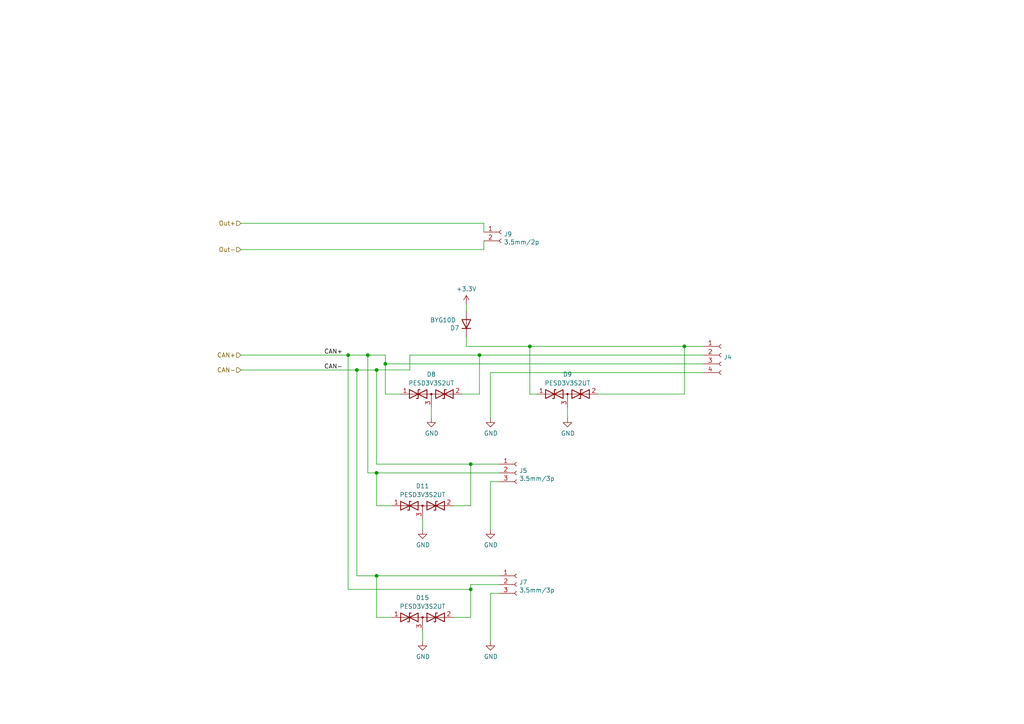
<source format=kicad_sch>
(kicad_sch (version 20230121) (generator eeschema)
  (paper "A4")
  (lib_symbols
    (symbol "Device:D" (pin_numbers hide) (pin_names (offset 1.016) hide)
      (property "Reference" "D" (at 0 2.54 0))
      (property "Value" "D" (at 0 -2.54 0))
      (symbol "D_0_1"
        (polyline (pts (xy -1.27 1.27) (xy -1.27 -1.27)) (stroke (width 0.254)))
        (polyline (pts (xy 1.27 0) (xy -1.27 0)))
        (polyline (pts (xy 1.27 1.27) (xy 1.27 -1.27) (xy -1.27 0) (xy 1.27 1.27)) (stroke (width 0.254)))
      )
      (symbol "D_1_1"
        (pin passive line (at -3.81 0 0) (length 2.54) (name "K") (number "1"))
        (pin passive line (at 3.81 0 180) (length 2.54) (name "A") (number "2"))
      )
    )
    (symbol "Device:D_TVS_Dual_AAC" (pin_names (offset 1.016) hide)
      (property "Reference" "D" (at 0 4.445 0))
      (property "Value" "D_TVS_Dual_AAC" (at 0 2.54 0))
      (symbol "D_TVS_Dual_AAC_0_0"
        (polyline (pts (xy 0 -1.27) (xy 0 0)))
      )
      (symbol "D_TVS_Dual_AAC_0_1"
        (polyline (pts (xy -6.35 0) (xy 6.35 0)))
        (polyline (pts (xy -3.302 1.27) (xy -3.81 1.27) (xy -3.81 -1.27) (xy -4.318 -1.27)) (stroke (width 0.254)))
        (polyline (pts (xy 4.318 1.27) (xy 3.81 1.27) (xy 3.81 -1.27) (xy 3.302 -1.27)) (stroke (width 0.254)))
        (polyline (pts (xy -6.35 1.27) (xy -1.27 -1.27) (xy -1.27 1.27) (xy -6.35 -1.27) (xy -6.35 1.27)) (stroke (width 0.254)))
        (polyline (pts (xy 6.35 1.27) (xy 1.27 -1.27) (xy 1.27 1.27) (xy 6.35 -1.27) (xy 6.35 1.27)) (stroke (width 0.254)))
        (circle (center 0 0) (radius 0.254) (fill (type outline)))
      )
      (symbol "D_TVS_Dual_AAC_1_1"
        (pin passive line (at -8.89 0 0) (length 2.54) (name "A1") (number "1"))
        (pin passive line (at 8.89 0 180) (length 2.54) (name "A2") (number "2"))
        (pin passive line (at 0 -3.81 90) (length 2.54) (name "common") (number "3"))
      )
    )
    (symbol "MiSPiZ-rescue:Conn_01x02_Female-Connector" (pin_names (offset 1.016) hide)
      (property "Reference" "J" (at 0 2.54 0))
      (property "Value" "Connector_Conn_01x02_Female" (at 0 -5.08 0))
      (symbol "Conn_01x02_Female-Connector_1_1"
        (arc (start 0 -2.032) (mid -0.5058 -2.54) (end 0 -3.048) (stroke (width 0.1524)))
        (polyline (pts (xy -1.27 -2.54) (xy -0.508 -2.54)) (stroke (width 0.1524)))
        (polyline (pts (xy -1.27 0) (xy -0.508 0)) (stroke (width 0.1524)))
        (arc (start 0 0.508) (mid -0.5058 0) (end 0 -0.508) (stroke (width 0.1524)))
        (pin passive line (at -5.08 0 0) (length 3.81) (name "Pin_1") (number "1"))
        (pin passive line (at -5.08 -2.54 0) (length 3.81) (name "Pin_2") (number "2"))
      )
    )
    (symbol "MiSPiZ-rescue:Conn_01x03_Female-Connector" (pin_names (offset 1.016) hide)
      (property "Reference" "J" (at 0 5.08 0))
      (property "Value" "Connector_Conn_01x03_Female" (at 0 -5.08 0))
      (symbol "Conn_01x03_Female-Connector_1_1"
        (arc (start 0 -2.032) (mid -0.5058 -2.54) (end 0 -3.048) (stroke (width 0.1524)))
        (polyline (pts (xy -1.27 -2.54) (xy -0.508 -2.54)) (stroke (width 0.1524)))
        (polyline (pts (xy -1.27 0) (xy -0.508 0)) (stroke (width 0.1524)))
        (polyline (pts (xy -1.27 2.54) (xy -0.508 2.54)) (stroke (width 0.1524)))
        (arc (start 0 0.508) (mid -0.5058 0) (end 0 -0.508) (stroke (width 0.1524)))
        (arc (start 0 3.048) (mid -0.5058 2.54) (end 0 2.032) (stroke (width 0.1524)))
        (pin passive line (at -5.08 2.54 0) (length 3.81) (name "Pin_1") (number "1"))
        (pin passive line (at -5.08 0 0) (length 3.81) (name "Pin_2") (number "2"))
        (pin passive line (at -5.08 -2.54 0) (length 3.81) (name "Pin_3") (number "3"))
      )
    )
    (symbol "MiSPiZ-rescue:Conn_01x04_Female-Connector" (pin_names (offset 1.016) hide)
      (property "Reference" "J" (at 0 5.08 0))
      (property "Value" "Connector_Conn_01x04_Female" (at 0 -7.62 0))
      (symbol "Conn_01x04_Female-Connector_1_1"
        (arc (start 0 -4.572) (mid -0.5058 -5.08) (end 0 -5.588) (stroke (width 0.1524)))
        (arc (start 0 -2.032) (mid -0.5058 -2.54) (end 0 -3.048) (stroke (width 0.1524)))
        (polyline (pts (xy -1.27 -5.08) (xy -0.508 -5.08)) (stroke (width 0.1524)))
        (polyline (pts (xy -1.27 -2.54) (xy -0.508 -2.54)) (stroke (width 0.1524)))
        (polyline (pts (xy -1.27 0) (xy -0.508 0)) (stroke (width 0.1524)))
        (polyline (pts (xy -1.27 2.54) (xy -0.508 2.54)) (stroke (width 0.1524)))
        (arc (start 0 0.508) (mid -0.5058 0) (end 0 -0.508) (stroke (width 0.1524)))
        (arc (start 0 3.048) (mid -0.5058 2.54) (end 0 2.032) (stroke (width 0.1524)))
        (pin passive line (at -5.08 2.54 0) (length 3.81) (name "Pin_1") (number "1"))
        (pin passive line (at -5.08 0 0) (length 3.81) (name "Pin_2") (number "2"))
        (pin passive line (at -5.08 -2.54 0) (length 3.81) (name "Pin_3") (number "3"))
        (pin passive line (at -5.08 -5.08 0) (length 3.81) (name "Pin_4") (number "4"))
      )
    )
    (symbol "power:+3.3V" (power) (pin_names (offset 0))
      (property "Value" "+3.3V" (at 0 3.556 0))
      (symbol "+3.3V_0_1"
        (polyline (pts (xy -0.762 1.27) (xy 0 2.54)))
        (polyline (pts (xy 0 0) (xy 0 2.54)))
        (polyline (pts (xy 0 2.54) (xy 0.762 1.27)))
      )
      (symbol "+3.3V_1_1"
        (pin power_in line (at 0 0 90) (length 0) hide (name "+3.3V") (number "1"))
      )
    )
    (symbol "power:GND" (power) (pin_names (offset 0))
      (property "Value" "GND" (at 0 -3.81 0))
      (symbol "GND_0_1"
        (polyline (pts (xy 0 0) (xy 0 -1.27) (xy 1.27 -1.27) (xy 0 -2.54) (xy -1.27 -1.27) (xy 0 -1.27)))
      )
      (symbol "GND_1_1"
        (pin power_in line (at 0 0 270) (length 0) hide (name "GND") (number "1"))
      )
    )
  )
  (junction (at 100.965 102.997))
  (junction (at 136.525 134.62))
  (junction (at 103.505 107.315))
  (junction (at 139.065 102.997))
  (junction (at 198.501 100.457))
  (junction (at 109.22 137.16))
  (junction (at 153.67 100.457))
  (junction (at 106.68 102.997))
  (junction (at 111.76 105.537))
  (junction (at 136.525 170.942))
  (junction (at 109.22 167.005))
  (junction (at 109.22 107.3129))
  (wire (pts (xy 103.505 107.315) (xy 103.505 107.3129)))
  (wire (pts (xy 139.065 102.997) (xy 204.089 102.997)))
  (wire (pts (xy 198.501 114.3) (xy 198.501 100.457)))
  (wire (pts (xy 113.665 179.07) (xy 109.22 179.07)))
  (wire (pts (xy 118.872 102.997) (xy 139.065 102.997)))
  (wire (pts (xy 106.68 102.997) (xy 111.76 102.997)))
  (wire (pts (xy 204.089 100.457) (xy 198.501 100.457)))
  (wire (pts (xy 153.67 100.457) (xy 135.255 100.457)))
  (wire (pts (xy 140.335 64.77) (xy 140.335 67.31)))
  (wire (pts (xy 142.24 108.077) (xy 204.089 108.077)))
  (wire (pts (xy 136.525 134.62) (xy 144.78 134.62)))
  (wire (pts (xy 142.24 121.285) (xy 142.24 108.077)))
  (wire (pts (xy 69.85 64.77) (xy 140.335 64.77)))
  (wire (pts (xy 153.67 100.457) (xy 198.501 100.457)))
  (wire (pts (xy 133.985 114.3) (xy 139.065 114.3)))
  (wire (pts (xy 100.965 170.942) (xy 136.525 170.942)))
  (wire (pts (xy 106.68 102.997) (xy 106.68 137.16)))
  (wire (pts (xy 109.22 134.62) (xy 136.525 134.62)))
  (wire (pts (xy 136.525 179.07) (xy 136.525 170.942)))
  (wire (pts (xy 109.22 134.62) (xy 109.22 107.3129)))
  (wire (pts (xy 69.85 102.997) (xy 100.965 102.997)))
  (wire (pts (xy 135.255 88.265) (xy 135.255 90.17)))
  (wire (pts (xy 103.505 107.3129) (xy 109.22 107.3129)))
  (wire (pts (xy 109.22 179.07) (xy 109.22 167.005)))
  (wire (pts (xy 136.525 146.685) (xy 136.525 134.62)))
  (wire (pts (xy 131.445 146.685) (xy 136.525 146.685)))
  (wire (pts (xy 142.24 139.7) (xy 144.78 139.7)))
  (wire (pts (xy 69.85 72.39) (xy 140.335 72.39)))
  (wire (pts (xy 155.702 114.3) (xy 153.67 114.3)))
  (wire (pts (xy 142.24 172.085) (xy 144.78 172.085)))
  (wire (pts (xy 142.24 186.055) (xy 142.24 172.085)))
  (wire (pts (xy 111.76 105.537) (xy 111.76 114.3)))
  (wire (pts (xy 153.67 100.457) (xy 153.67 114.3)))
  (wire (pts (xy 131.445 179.07) (xy 136.525 179.07)))
  (wire (pts (xy 109.22 137.16) (xy 144.78 137.16)))
  (wire (pts (xy 136.525 170.942) (xy 136.525 169.545)))
  (wire (pts (xy 106.68 137.16) (xy 109.22 137.16)))
  (wire (pts (xy 135.255 100.457) (xy 135.255 97.79)))
  (wire (pts (xy 111.76 105.537) (xy 204.089 105.537)))
  (wire (pts (xy 122.555 153.67) (xy 122.555 150.495)))
  (wire (pts (xy 125.095 121.285) (xy 125.095 118.11)))
  (wire (pts (xy 109.22 137.16) (xy 109.22 146.685)))
  (wire (pts (xy 164.592 121.285) (xy 164.592 118.11)))
  (wire (pts (xy 136.525 169.545) (xy 144.78 169.545)))
  (wire (pts (xy 100.965 102.997) (xy 100.965 170.942)))
  (wire (pts (xy 103.505 167.005) (xy 103.505 107.315)))
  (wire (pts (xy 100.965 102.997) (xy 106.68 102.997)))
  (wire (pts (xy 109.22 107.2903) (xy 118.872 107.2903)))
  (wire (pts (xy 139.065 102.997) (xy 139.065 114.3)))
  (wire (pts (xy 118.872 102.997) (xy 118.872 107.2903)))
  (wire (pts (xy 109.22 167.005) (xy 144.78 167.005)))
  (wire (pts (xy 113.665 146.685) (xy 109.22 146.685)))
  (wire (pts (xy 173.482 114.3) (xy 198.501 114.3)))
  (wire (pts (xy 140.335 69.85) (xy 140.335 72.39)))
  (wire (pts (xy 111.76 102.997) (xy 111.76 105.537)))
  (wire (pts (xy 103.505 167.005) (xy 109.22 167.005)))
  (wire (pts (xy 69.85 107.315) (xy 103.505 107.315)))
  (wire (pts (xy 109.22 107.3129) (xy 109.22 107.2903)))
  (wire (pts (xy 116.205 114.3) (xy 111.76 114.3)))
  (wire (pts (xy 142.24 153.67) (xy 142.24 139.7)))
  (wire (pts (xy 122.555 186.055) (xy 122.555 182.88)))
  (label "CAN-" (at 93.98 107.315 0))
  (label "CAN+" (at 93.98 102.997 0))
  (hierarchical_label "CAN-" (shape input) (at 69.85 107.315 180))
  (hierarchical_label "Out+" (shape input) (at 69.85 64.77 180))
  (hierarchical_label "CAN+" (shape input) (at 69.85 102.997 180))
  (hierarchical_label "Out-" (shape input) (at 69.85 72.39 180))
  (symbol (lib_id "power:GND") (at 164.592 121.285 0) (unit 1)
    (property "Reference" "#PWR04" (effects hide))
    (property "Value" "GND" (at 164.719 125.6792 0))
  )
  (symbol (lib_id "power:GND") (at 142.24 186.055 0) (unit 1)
    (property "Reference" "#PWR0115" (effects hide))
    (property "Value" "GND" (at 142.367 190.4492 0))
  )
  (symbol (lib_id "MiSPiZ-rescue:Conn_01x04_Female-Connector") (at 209.169 102.997 0) (unit 1)
    (property "Reference" "J4" (at 209.8802 103.6066 0) (effects (justify left)))
    (property "Value" "2.54/4p" (effects hide))
    (property "Footprint" "Connector_PinHeader_2.54mm:PinHeader_1x04_P2.54mm_Vertical" (effects hide))
    (property "Datasheet" "https://cdn.amphenol-cs.com/media/wysiwyg/files/documentation/datasheet/boardwiretoboard/bwb_agilbrick_2_54mm_btb_header_g800.pdf" (effects hide))
    (property "Vendor" "https://cz.mouser.com/ProductDetail/Amphenol-Commercial-Products/G800W304018EU?qs=f9yNj16SXrKi9QS16pMdvA%3D%3D" (effects hide))
    (property "CENA" "2.45" (effects hide))
    (property "MNUMBER " "G800W304018EU " (effects hide))
    (property "OBJCISLO" "523-G800W304018EU " (effects hide))
    (property "POZN" "v cimře (7+4ks)" (effects hide))
  )
  (symbol (lib_id "Device:D") (at 135.255 93.98 90) (unit 1)
    (property "Reference" "D7" (at 133.223 95.1484 90) (effects (justify left)))
    (property "Value" "BYG10D " (at 133.223 92.837 90) (effects (justify left)))
    (property "Footprint" "Diode_SMD:D_SMA" (effects hide))
    (property "Datasheet" "https://diotec.com/request/datasheet/byg10d.pdf" (effects hide))
    (property "CENA" "3,58" (effects hide))
    (property "MNUMBER " "BYG10D" (effects hide))
    (property "OBJCISLO" "637-BYG10D " (effects hide))
    (property "Vendor" "https://cz.mouser.com/ProductDetail/Diotec-Semiconductor/BYG10D?qs=OlC7AqGiEDkrQ9cudWHEKw%3D%3D" (effects hide))
  )
  (symbol (lib_id "MiSPiZ-rescue:Conn_01x02_Female-Connector") (at 145.415 67.31 0) (unit 1)
    (property "Reference" "J9" (at 146.1262 67.9196 0) (effects (justify left)))
    (property "Value" "3.5mm/2p" (at 146.1262 70.231 0) (effects (justify left)))
    (property "Footprint" "Connector_Phoenix_MC:PhoenixContact_MC_1,5_2-G-3.5_1x02_P3.50mm_Horizontal" (effects hide))
    (property "Datasheet" "https://cz.mouser.com/datasheet/2/18/1/rLFHPy7mAQED-1379250.pdf" (effects hide))
    (property "Vendor" "https://cz.mouser.com/ProductDetail/Amphenol-Anytek/OQ0212500000G?qs=Mv7BduZupUhn3%2FKe8nJdbQ%3D%3D" (effects hide))
    (property "CENA" "8,71" (effects hide))
    (property "MNUMBER " "OQ0212500000G" (effects hide))
    (property "OBJCISLO" "649-220107-C021A01LF " (effects hide))
    (property "POZN" "v cimře" (effects hide))
  )
  (symbol (lib_id "Device:D_TVS_Dual_AAC") (at 164.592 114.3 0) (unit 1)
    (property "Reference" "D9" (at 164.592 108.585 0))
    (property "Value" "PESD3V3S2UT" (at 164.592 111.125 0))
    (property "Footprint" "Package_TO_SOT_SMD:SOT-23" (effects hide))
    (property "Datasheet" "https://cz.mouser.com/datasheet/2/916/PESD3V3S2UT-3162503.pdf" (effects hide))
    (property "CENA" "8.71" (effects hide))
    (property "MNUMBER " "PESD3V3S2UT,215" (effects hide))
    (property "OBJCISLO" "771-PESD3V3S2UT-T/R" (effects hide))
    (property "Vendor" "https://cz.mouser.com/ProductDetail/Nexperia/PESD3V3S2UT215?qs=LOCUfHb8d9uvXk1XKyOSVw%3D%3D" (effects hide))
    (property "POZN" "v cimře" (effects hide))
  )
  (symbol (lib_id "power:GND") (at 125.095 121.285 0) (unit 1)
    (property "Reference" "#PWR02" (effects hide))
    (property "Value" "GND" (at 125.222 125.6792 0))
  )
  (symbol (lib_id "Device:D_TVS_Dual_AAC") (at 122.555 179.07 0) (unit 1)
    (property "Reference" "D15" (at 122.555 173.355 0))
    (property "Value" "PESD3V3S2UT" (at 122.555 175.895 0))
    (property "Footprint" "Package_TO_SOT_SMD:SOT-23" (effects hide))
    (property "Datasheet" "https://cz.mouser.com/datasheet/2/916/PESD3V3S2UT-3162503.pdf" (effects hide))
    (property "CENA" "8.71" (effects hide))
    (property "MNUMBER " "PESD3V3S2UT,215" (effects hide))
    (property "OBJCISLO" "771-PESD3V3S2UT-T/R" (effects hide))
    (property "Vendor" "https://cz.mouser.com/ProductDetail/Nexperia/PESD3V3S2UT215?qs=LOCUfHb8d9uvXk1XKyOSVw%3D%3D" (effects hide))
    (property "POZN" "v cimře" (effects hide))
  )
  (symbol (lib_id "Device:D_TVS_Dual_AAC") (at 125.095 114.3 0) (unit 1)
    (property "Reference" "D8" (at 125.095 108.585 0))
    (property "Value" "PESD3V3S2UT" (at 125.095 111.125 0))
    (property "Footprint" "Package_TO_SOT_SMD:SOT-23" (effects hide))
    (property "Datasheet" "https://cz.mouser.com/datasheet/2/916/PESD3V3S2UT-3162503.pdf" (effects hide))
    (property "CENA" "8.71" (effects hide))
    (property "MNUMBER " "PESD3V3S2UT,215" (effects hide))
    (property "OBJCISLO" "771-PESD3V3S2UT-T/R" (effects hide))
    (property "Vendor" "https://cz.mouser.com/ProductDetail/Nexperia/PESD3V3S2UT215?qs=LOCUfHb8d9uvXk1XKyOSVw%3D%3D" (effects hide))
    (property "POZN" "v cimře" (effects hide))
  )
  (symbol (lib_id "Device:D_TVS_Dual_AAC") (at 122.555 146.685 0) (unit 1)
    (property "Reference" "D11" (at 122.555 140.97 0))
    (property "Value" "PESD3V3S2UT" (at 122.555 143.51 0))
    (property "Footprint" "Package_TO_SOT_SMD:SOT-23" (effects hide))
    (property "Datasheet" "https://cz.mouser.com/datasheet/2/916/PESD3V3S2UT-3162503.pdf" (effects hide))
    (property "CENA" "8.71" (effects hide))
    (property "MNUMBER " "PESD3V3S2UT,215" (effects hide))
    (property "OBJCISLO" "771-PESD3V3S2UT-T/R" (effects hide))
    (property "Vendor" "https://cz.mouser.com/ProductDetail/Nexperia/PESD3V3S2UT215?qs=LOCUfHb8d9uvXk1XKyOSVw%3D%3D" (effects hide))
    (property "POZN" "v cimře" (effects hide))
  )
  (symbol (lib_id "power:+3.3V") (at 135.255 88.265 0) (unit 1)
    (property "Reference" "#PWR01" (effects hide))
    (property "Value" "+3.3V" (at 135.255 83.82 0))
  )
  (symbol (lib_id "power:GND") (at 142.24 121.285 0) (unit 1)
    (property "Reference" "#PWR03" (effects hide))
    (property "Value" "GND" (at 142.367 125.6792 0))
  )
  (symbol (lib_id "power:GND") (at 142.24 153.67 0) (unit 1)
    (property "Reference" "#PWR06" (effects hide))
    (property "Value" "GND" (at 142.367 158.0642 0))
  )
  (symbol (lib_id "power:GND") (at 122.555 186.055 0) (unit 1)
    (property "Reference" "#PWR07" (effects hide))
    (property "Value" "GND" (at 122.682 190.4492 0))
  )
  (symbol (lib_id "power:GND") (at 122.555 153.67 0) (unit 1)
    (property "Reference" "#PWR05" (effects hide))
    (property "Value" "GND" (at 122.682 158.0642 0))
  )
  (symbol (lib_id "MiSPiZ-rescue:Conn_01x03_Female-Connector") (at 149.86 169.545 0) (unit 1)
    (property "Reference" "J7" (at 150.5712 168.8846 0) (effects (justify left)))
    (property "Value" "3.5mm/3p" (at 150.5712 171.196 0) (effects (justify left)))
    (property "Footprint" "Connector_Phoenix_MC:PhoenixContact_MC_1,5_3-G-3.5_1x03_P3.50mm_Horizontal" (effects hide))
    (property "Datasheet" "https://cz.mouser.com/datasheet/2/18/1/rLFHPy7mAQED-1379250.pdf" (effects hide))
    (property "Vendor" "https://cz.mouser.com/ProductDetail/Amphenol-Anytek/OQ0312500000G?qs=Mv7BduZupUgi736aEq2YkA%3D%3D" (effects hide))
    (property "CENA" "10,94" (effects hide))
    (property "MNUMBER " "OQ0312500000G " (effects hide))
    (property "OBJCISLO" "649-220107-C031A01LF " (effects hide))
    (property "POZN" "v cimře" (effects hide))
  )
  (symbol (lib_id "MiSPiZ-rescue:Conn_01x03_Female-Connector") (at 149.86 137.16 0) (unit 1)
    (property "Reference" "J5" (at 150.5712 136.4996 0) (effects (justify left)))
    (property "Value" "3.5mm/3p" (at 150.5712 138.811 0) (effects (justify left)))
    (property "Footprint" "Connector_Phoenix_MC:PhoenixContact_MC_1,5_3-G-3.5_1x03_P3.50mm_Horizontal" (effects hide))
    (property "Datasheet" "https://cz.mouser.com/datasheet/2/18/1/rLFHPy7mAQED-1379250.pdf" (effects hide))
    (property "Vendor" "https://cz.mouser.com/ProductDetail/Amphenol-Anytek/OQ0312500000G?qs=Mv7BduZupUgi736aEq2YkA%3D%3D" (effects hide))
    (property "CENA" "10,94" (effects hide))
    (property "MNUMBER " "OQ0312500000G " (effects hide))
    (property "OBJCISLO" "649-220107-C031A01LF " (effects hide))
    (property "POZN" "v cimře" (effects hide))
  )
)
</source>
